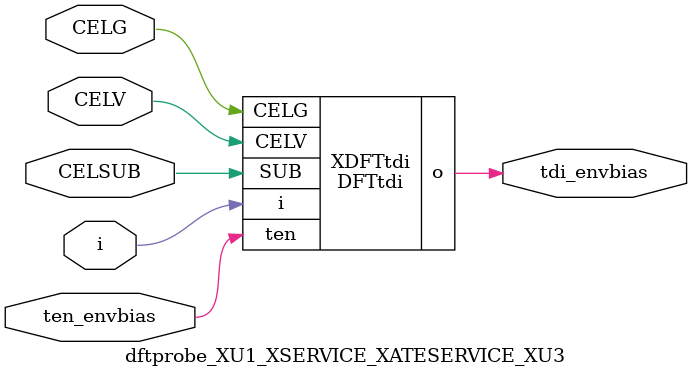
<source format=v>


module DFTtdi ( o, CELV, SUB, i, ten, CELG );

  input CELV;
  input ten;
  input i;
  output o;
  input CELG;
  input SUB;
endmodule


module dftprobe_XU1_XSERVICE_XATESERVICE_XU3 (i,tdi_envbias,ten_envbias,CELG,CELSUB,CELV);
input  i;
output  tdi_envbias;
input  ten_envbias;
input  CELG;
input  CELSUB;
input  CELV;

DFTtdi XDFTtdi(
  .i (i),
  .o (tdi_envbias),
  .ten (ten_envbias),
  .CELG (CELG),
  .SUB (CELSUB),
  .CELV (CELV)
);

endmodule


</source>
